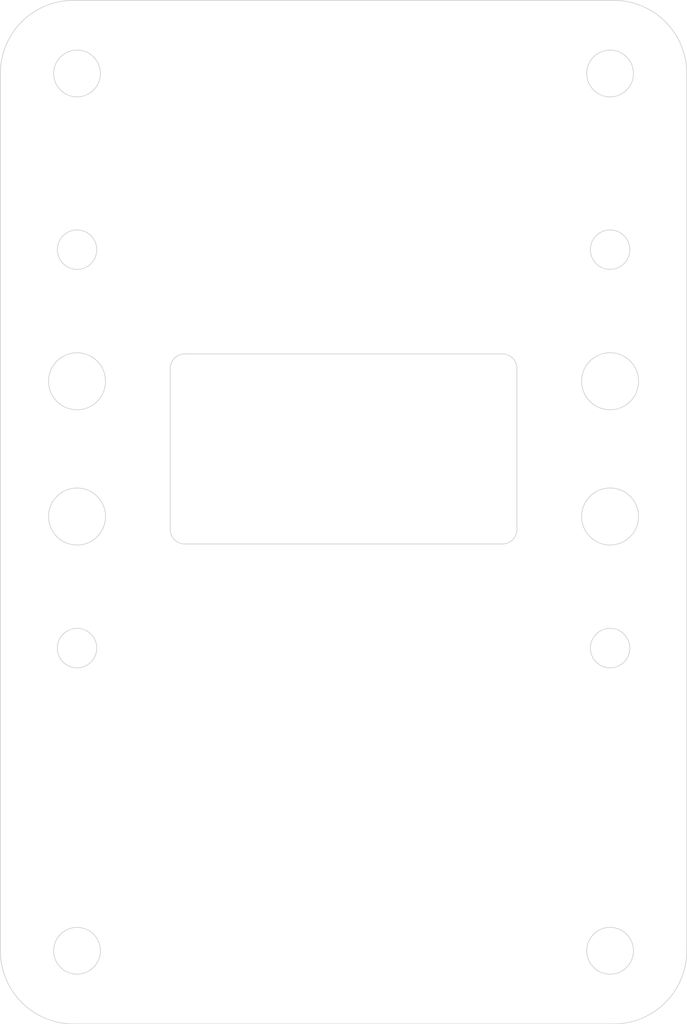
<source format=kicad_pcb>
(kicad_pcb (version 20171130) (host pcbnew 5.1.9)

  (general
    (thickness 1.6)
    (drawings 37)
    (tracks 0)
    (zones 0)
    (modules 0)
    (nets 1)
  )

  (page A4)
  (layers
    (0 F.Cu signal)
    (31 B.Cu signal)
    (32 B.Adhes user)
    (33 F.Adhes user)
    (34 B.Paste user)
    (35 F.Paste user)
    (36 B.SilkS user)
    (37 F.SilkS user)
    (38 B.Mask user)
    (39 F.Mask user)
    (40 Dwgs.User user hide)
    (41 Cmts.User user hide)
    (42 Eco1.User user)
    (43 Eco2.User user)
    (44 Edge.Cuts user)
    (45 Margin user)
    (46 B.CrtYd user hide)
    (47 F.CrtYd user)
    (48 B.Fab user)
    (49 F.Fab user)
  )

  (setup
    (last_trace_width 0.25)
    (trace_clearance 0.2)
    (zone_clearance 0.508)
    (zone_45_only no)
    (trace_min 0.2)
    (via_size 0.8)
    (via_drill 0.4)
    (via_min_size 0.4)
    (via_min_drill 0.3)
    (uvia_size 0.3)
    (uvia_drill 0.1)
    (uvias_allowed no)
    (uvia_min_size 0.2)
    (uvia_min_drill 0.1)
    (edge_width 0.05)
    (segment_width 0.2)
    (pcb_text_width 0.3)
    (pcb_text_size 1.5 1.5)
    (mod_edge_width 0.12)
    (mod_text_size 1 1)
    (mod_text_width 0.15)
    (pad_size 1.524 1.524)
    (pad_drill 0.762)
    (pad_to_mask_clearance 0)
    (aux_axis_origin 0 0)
    (grid_origin 128 120)
    (visible_elements FEFFFF7F)
    (pcbplotparams
      (layerselection 0x010fc_ffffffff)
      (usegerberextensions false)
      (usegerberattributes true)
      (usegerberadvancedattributes true)
      (creategerberjobfile true)
      (excludeedgelayer true)
      (linewidth 0.100000)
      (plotframeref false)
      (viasonmask false)
      (mode 1)
      (useauxorigin false)
      (hpglpennumber 1)
      (hpglpenspeed 20)
      (hpglpendiameter 15.000000)
      (psnegative false)
      (psa4output false)
      (plotreference true)
      (plotvalue true)
      (plotinvisibletext false)
      (padsonsilk false)
      (subtractmaskfromsilk false)
      (outputformat 1)
      (mirror false)
      (drillshape 1)
      (scaleselection 1)
      (outputdirectory ""))
  )

  (net 0 "")

  (net_class Default "This is the default net class."
    (clearance 0.2)
    (trace_width 0.25)
    (via_dia 0.8)
    (via_drill 0.4)
    (uvia_dia 0.3)
    (uvia_drill 0.1)
  )

  (gr_circle (center 18.25 30) (end 19.85 30) (layer Edge.Cuts) (width 0.05) (tstamp 607A0C25))
  (gr_circle (center -18.25 30) (end -16.65 30) (layer Edge.Cuts) (width 0.05) (tstamp 607A0C25))
  (gr_circle (center 18.25 -30) (end 19.85 -30) (layer Edge.Cuts) (width 0.05) (tstamp 607A0C25))
  (gr_arc (start -10.87 1.18) (end -11.87 1.18) (angle -90) (layer Edge.Cuts) (width 0.05) (tstamp 607A7DA3))
  (gr_arc (start 10.87 1.18) (end 10.87 2.18) (angle -90) (layer Edge.Cuts) (width 0.05) (tstamp 607A7DA3))
  (gr_arc (start 10.87 -9.82) (end 11.87 -9.82) (angle -90) (layer Edge.Cuts) (width 0.05) (tstamp 607A7DA3))
  (gr_arc (start -10.87 -9.82) (end -10.87 -10.82) (angle -90) (layer Edge.Cuts) (width 0.05))
  (gr_line (start 10.87 2.18) (end -10.87 2.18) (layer Edge.Cuts) (width 0.05))
  (gr_line (start 11.87 -9.82) (end 11.87 1.18) (layer Edge.Cuts) (width 0.05))
  (gr_line (start -10.87 -10.82) (end 10.87 -10.82) (layer Edge.Cuts) (width 0.05))
  (gr_line (start -11.87 1.18) (end -11.87 -9.82) (layer Edge.Cuts) (width 0.05))
  (gr_circle (center 18.25 9.3) (end 19.6 9.3) (layer Edge.Cuts) (width 0.05) (tstamp 607A7D47))
  (gr_circle (center 18.25 -17.95) (end 19.6 -17.95) (layer Edge.Cuts) (width 0.05) (tstamp 607A7D47))
  (gr_circle (center -18.25 9.3) (end -16.9 9.3) (layer Edge.Cuts) (width 0.05) (tstamp 607A7D47))
  (gr_circle (center -18.25 -17.95) (end -16.9 -17.95) (layer Edge.Cuts) (width 0.05))
  (gr_circle (center -18.25 -8.95) (end -16.3 -8.95) (layer Edge.Cuts) (width 0.05) (tstamp 607A6F6E))
  (gr_circle (center -18.25 0.3) (end -16.3 0.3) (layer Edge.Cuts) (width 0.05) (tstamp 607A6F6E))
  (gr_circle (center 18.25 0.3) (end 20.2 0.3) (layer Edge.Cuts) (width 0.05) (tstamp 607A6F6E))
  (gr_circle (center 18.25 -8.95) (end 20.2 -8.95) (layer Edge.Cuts) (width 0.05) (tstamp 607A6F4A))
  (gr_line (start -21 21) (end -21 -21) (layer B.Fab) (width 0.15))
  (gr_line (start -21 21) (end 21 21) (layer B.Fab) (width 0.15))
  (gr_line (start 21 -21) (end 21 21) (layer B.Fab) (width 0.15))
  (gr_line (start -21 -21) (end 21 -21) (layer B.Fab) (width 0.15))
  (gr_circle (center -18.25 -30) (end -16.65 -30) (layer Edge.Cuts) (width 0.05) (tstamp 607A0C1A))
  (gr_arc (start 18.5 30) (end 18.5 35) (angle -90) (layer Edge.Cuts) (width 0.05) (tstamp 607A046B))
  (gr_arc (start -18.5 30) (end -23.5 30) (angle -90) (layer Edge.Cuts) (width 0.05) (tstamp 607A046B))
  (gr_arc (start -18.5 -30) (end -18.5 -35) (angle -90) (layer Edge.Cuts) (width 0.05) (tstamp 607A046B))
  (gr_arc (start 18.5 -30) (end 23.5 -30) (angle -90) (layer Edge.Cuts) (width 0.05) (tstamp 607A0BAB))
  (gr_line (start -23.5 30) (end -23.5 -30) (layer Edge.Cuts) (width 0.05))
  (gr_line (start -18.5 35) (end 18.5 35) (layer Edge.Cuts) (width 0.05))
  (gr_line (start 23.5 30) (end 23.5 -30) (layer Edge.Cuts) (width 0.05))
  (gr_line (start -18.5 -35) (end 18.5 -35) (layer Edge.Cuts) (width 0.05))
  (gr_circle (center -18.25 -8.95) (end -16.3 -8.95) (layer B.Fab) (width 0.05) (tstamp 607A0417))
  (gr_circle (center -18.25 0.3) (end -16.3 0.3) (layer B.Fab) (width 0.05) (tstamp 607A0417))
  (gr_circle (center 18.24 0.3) (end 20.19 0.3) (layer B.Fab) (width 0.05) (tstamp 607A0417))
  (gr_circle (center 18.24 -8.95) (end 20.19 -8.95) (layer B.Fab) (width 0.05))
  (gr_circle (center 183.4 90.7) (end 182.1 89.1) (layer Dwgs.User) (width 0.15))

)

</source>
